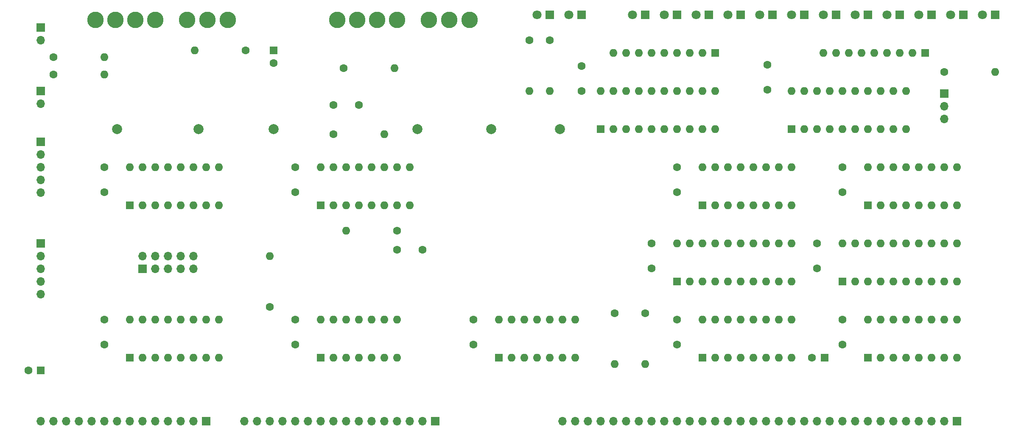
<source format=gts>
%TF.GenerationSoftware,KiCad,Pcbnew,(7.0.0)*%
%TF.CreationDate,2023-09-24T17:53:58-07:00*%
%TF.ProjectId,gamepad,67616d65-7061-4642-9e6b-696361645f70,rev?*%
%TF.SameCoordinates,Original*%
%TF.FileFunction,Soldermask,Top*%
%TF.FilePolarity,Negative*%
%FSLAX46Y46*%
G04 Gerber Fmt 4.6, Leading zero omitted, Abs format (unit mm)*
G04 Created by KiCad (PCBNEW (7.0.0)) date 2023-09-24 17:53:58*
%MOMM*%
%LPD*%
G01*
G04 APERTURE LIST*
%ADD10R,1.800000X1.800000*%
%ADD11C,1.800000*%
%ADD12R,1.700000X1.700000*%
%ADD13O,1.700000X1.700000*%
%ADD14C,1.600000*%
%ADD15R,1.600000X1.600000*%
%ADD16O,1.600000X1.600000*%
%ADD17C,2.000000*%
%ADD18C,3.300000*%
G04 APERTURE END LIST*
D10*
%TO.C,D9*%
X200659999Y-63499999D03*
D11*
X198120000Y-63500000D03*
%TD*%
D12*
%TO.C,J3*%
X139699999Y-144779999D03*
D13*
X137159999Y-144779999D03*
X134619999Y-144779999D03*
X132079999Y-144779999D03*
X129539999Y-144779999D03*
X126999999Y-144779999D03*
X124459999Y-144779999D03*
X121919999Y-144779999D03*
X119379999Y-144779999D03*
X116839999Y-144779999D03*
X114299999Y-144779999D03*
X111759999Y-144779999D03*
X109219999Y-144779999D03*
X106679999Y-144779999D03*
X104139999Y-144779999D03*
X101599999Y-144779999D03*
%TD*%
D14*
%TO.C,C3*%
X187960000Y-93980000D03*
X187960000Y-98980000D03*
%TD*%
D15*
%TO.C,C97*%
X107441999Y-70611999D03*
D14*
X107442000Y-73112000D03*
%TD*%
%TO.C,C2*%
X147320000Y-124460000D03*
X147320000Y-129460000D03*
%TD*%
D10*
%TO.C,D13*%
X168909999Y-63499999D03*
D11*
X166370000Y-63500000D03*
%TD*%
D15*
%TO.C,U11*%
X210819999Y-86359999D03*
D16*
X213359999Y-86359999D03*
X215899999Y-86359999D03*
X218439999Y-86359999D03*
X220979999Y-86359999D03*
X223519999Y-86359999D03*
X226059999Y-86359999D03*
X228599999Y-86359999D03*
X231139999Y-86359999D03*
X233679999Y-86359999D03*
X233679999Y-78739999D03*
X231139999Y-78739999D03*
X228599999Y-78739999D03*
X226059999Y-78739999D03*
X223519999Y-78739999D03*
X220979999Y-78739999D03*
X218439999Y-78739999D03*
X215899999Y-78739999D03*
X213359999Y-78739999D03*
X210819999Y-78739999D03*
%TD*%
D14*
%TO.C,C7*%
X111760000Y-124460000D03*
X111760000Y-129460000D03*
%TD*%
D10*
%TO.C,D8*%
X207009999Y-63499999D03*
D11*
X204470000Y-63500000D03*
%TD*%
D14*
%TO.C,C8*%
X111760000Y-93980000D03*
X111760000Y-98980000D03*
%TD*%
D15*
%TO.C,U1*%
X78739999Y-132079999D03*
D16*
X81279999Y-132079999D03*
X83819999Y-132079999D03*
X86359999Y-132079999D03*
X88899999Y-132079999D03*
X91439999Y-132079999D03*
X93979999Y-132079999D03*
X96519999Y-132079999D03*
X96519999Y-124459999D03*
X93979999Y-124459999D03*
X91439999Y-124459999D03*
X88899999Y-124459999D03*
X86359999Y-124459999D03*
X83819999Y-124459999D03*
X81279999Y-124459999D03*
X78739999Y-124459999D03*
%TD*%
D15*
%TO.C,U6*%
X226059999Y-132079999D03*
D16*
X228599999Y-132079999D03*
X231139999Y-132079999D03*
X233679999Y-132079999D03*
X236219999Y-132079999D03*
X238759999Y-132079999D03*
X241299999Y-132079999D03*
X243839999Y-132079999D03*
X243839999Y-124459999D03*
X241299999Y-124459999D03*
X238759999Y-124459999D03*
X236219999Y-124459999D03*
X233679999Y-124459999D03*
X231139999Y-124459999D03*
X228599999Y-124459999D03*
X226059999Y-124459999D03*
%TD*%
D12*
%TO.C,J7*%
X60959999Y-88899999D03*
D13*
X60959999Y-91439999D03*
X60959999Y-93979999D03*
X60959999Y-96519999D03*
X60959999Y-99059999D03*
%TD*%
D14*
%TO.C,R2*%
X158496000Y-68580000D03*
D16*
X158495999Y-78739999D03*
%TD*%
D14*
%TO.C,R4*%
X106680000Y-121920000D03*
D16*
X106679999Y-111759999D03*
%TD*%
D15*
%TO.C,RN1*%
X195579999Y-71119999D03*
D16*
X193039999Y-71119999D03*
X190499999Y-71119999D03*
X187959999Y-71119999D03*
X185419999Y-71119999D03*
X182879999Y-71119999D03*
X180339999Y-71119999D03*
X177799999Y-71119999D03*
X175259999Y-71119999D03*
%TD*%
D17*
%TO.C,TP1*%
X76200000Y-86360000D03*
%TD*%
D10*
%TO.C,D7*%
X213359999Y-63499999D03*
D11*
X210820000Y-63500000D03*
%TD*%
D14*
%TO.C,C5*%
X187960000Y-124460000D03*
X187960000Y-129460000D03*
%TD*%
D17*
%TO.C,TP6*%
X164592000Y-86360000D03*
%TD*%
D14*
%TO.C,R5*%
X63500000Y-71896000D03*
D16*
X73659999Y-71895999D03*
%TD*%
D14*
%TO.C,C1*%
X73660000Y-124460000D03*
X73660000Y-129460000D03*
%TD*%
D12*
%TO.C,J2*%
X93979999Y-144779999D03*
D13*
X91439999Y-144779999D03*
X88899999Y-144779999D03*
X86359999Y-144779999D03*
X83819999Y-144779999D03*
X81279999Y-144779999D03*
X78739999Y-144779999D03*
X76199999Y-144779999D03*
X73659999Y-144779999D03*
X71119999Y-144779999D03*
X68579999Y-144779999D03*
X66039999Y-144779999D03*
X63499999Y-144779999D03*
X60959999Y-144779999D03*
%TD*%
D14*
%TO.C,R3*%
X241300000Y-74930000D03*
D16*
X251459999Y-74929999D03*
%TD*%
D14*
%TO.C,R12*%
X175514000Y-123190000D03*
D16*
X175513999Y-133349999D03*
%TD*%
D12*
%TO.C,J11*%
X241299999Y-79247999D03*
D13*
X241299999Y-81787999D03*
X241299999Y-84327999D03*
%TD*%
D15*
%TO.C,C99*%
X60959999Y-134619999D03*
D14*
X58460000Y-134620000D03*
%TD*%
D15*
%TO.C,U13*%
X220979999Y-116839999D03*
D16*
X223519999Y-116839999D03*
X226059999Y-116839999D03*
X228599999Y-116839999D03*
X231139999Y-116839999D03*
X233679999Y-116839999D03*
X236219999Y-116839999D03*
X238759999Y-116839999D03*
X241299999Y-116839999D03*
X243839999Y-116839999D03*
X243839999Y-109219999D03*
X241299999Y-109219999D03*
X238759999Y-109219999D03*
X236219999Y-109219999D03*
X233679999Y-109219999D03*
X231139999Y-109219999D03*
X228599999Y-109219999D03*
X226059999Y-109219999D03*
X223519999Y-109219999D03*
X220979999Y-109219999D03*
%TD*%
D14*
%TO.C,R1*%
X162560000Y-68580000D03*
D16*
X162559999Y-78739999D03*
%TD*%
D15*
%TO.C,RN2*%
X237489999Y-71119999D03*
D16*
X234949999Y-71119999D03*
X232409999Y-71119999D03*
X229869999Y-71119999D03*
X227329999Y-71119999D03*
X224789999Y-71119999D03*
X222249999Y-71119999D03*
X219709999Y-71119999D03*
X217169999Y-71119999D03*
%TD*%
D15*
%TO.C,U9*%
X78739999Y-101599999D03*
D16*
X81279999Y-101599999D03*
X83819999Y-101599999D03*
X86359999Y-101599999D03*
X88899999Y-101599999D03*
X91439999Y-101599999D03*
X93979999Y-101599999D03*
X96519999Y-101599999D03*
X96519999Y-93979999D03*
X93979999Y-93979999D03*
X91439999Y-93979999D03*
X88899999Y-93979999D03*
X86359999Y-93979999D03*
X83819999Y-93979999D03*
X81279999Y-93979999D03*
X78739999Y-93979999D03*
%TD*%
D17*
%TO.C,TP2*%
X92456000Y-86360000D03*
%TD*%
D14*
%TO.C,R11*%
X181610000Y-123190000D03*
D16*
X181609999Y-133349999D03*
%TD*%
D10*
%TO.C,D4*%
X232409999Y-63499999D03*
D11*
X229870000Y-63500000D03*
%TD*%
D10*
%TO.C,D6*%
X219709999Y-63499999D03*
D11*
X217170000Y-63500000D03*
%TD*%
D15*
%TO.C,U3*%
X193039999Y-101599999D03*
D16*
X195579999Y-101599999D03*
X198119999Y-101599999D03*
X200659999Y-101599999D03*
X203199999Y-101599999D03*
X205739999Y-101599999D03*
X208279999Y-101599999D03*
X210819999Y-101599999D03*
X210819999Y-93979999D03*
X208279999Y-93979999D03*
X205739999Y-93979999D03*
X203199999Y-93979999D03*
X200659999Y-93979999D03*
X198119999Y-93979999D03*
X195579999Y-93979999D03*
X193039999Y-93979999D03*
%TD*%
D12*
%TO.C,J4*%
X60959999Y-66039999D03*
D13*
X60959999Y-68579999D03*
%TD*%
D14*
%TO.C,C4*%
X220980000Y-93980000D03*
X220980000Y-98980000D03*
%TD*%
D15*
%TO.C,U4*%
X226059999Y-101599999D03*
D16*
X228599999Y-101599999D03*
X231139999Y-101599999D03*
X233679999Y-101599999D03*
X236219999Y-101599999D03*
X238759999Y-101599999D03*
X241299999Y-101599999D03*
X243839999Y-101599999D03*
X243839999Y-93979999D03*
X241299999Y-93979999D03*
X238759999Y-93979999D03*
X236219999Y-93979999D03*
X233679999Y-93979999D03*
X231139999Y-93979999D03*
X228599999Y-93979999D03*
X226059999Y-93979999D03*
%TD*%
D14*
%TO.C,C16*%
X168910000Y-73740000D03*
X168910000Y-78740000D03*
%TD*%
D15*
%TO.C,U10*%
X172719999Y-86359999D03*
D16*
X175259999Y-86359999D03*
X177799999Y-86359999D03*
X180339999Y-86359999D03*
X182879999Y-86359999D03*
X185419999Y-86359999D03*
X187959999Y-86359999D03*
X190499999Y-86359999D03*
X193039999Y-86359999D03*
X195579999Y-86359999D03*
X195579999Y-78739999D03*
X193039999Y-78739999D03*
X190499999Y-78739999D03*
X187959999Y-78739999D03*
X185419999Y-78739999D03*
X182879999Y-78739999D03*
X180339999Y-78739999D03*
X177799999Y-78739999D03*
X175259999Y-78739999D03*
X172719999Y-78739999D03*
%TD*%
D12*
%TO.C,J6*%
X81279999Y-114299999D03*
D13*
X81279999Y-111759999D03*
X83819999Y-114299999D03*
X83819999Y-111759999D03*
X86359999Y-114299999D03*
X86359999Y-111759999D03*
X88899999Y-114299999D03*
X88899999Y-111759999D03*
X91439999Y-114299999D03*
X91439999Y-111759999D03*
%TD*%
D14*
%TO.C,C10*%
X119380000Y-81534000D03*
X124380000Y-81534000D03*
%TD*%
D17*
%TO.C,TP4*%
X150876000Y-86360000D03*
%TD*%
D14*
%TO.C,C9*%
X73660000Y-93980000D03*
X73660000Y-98980000D03*
%TD*%
D12*
%TO.C,J5*%
X60959999Y-78739999D03*
D13*
X60959999Y-81279999D03*
%TD*%
D14*
%TO.C,C13*%
X215900000Y-109220000D03*
X215900000Y-114220000D03*
%TD*%
%TO.C,C15*%
X205994000Y-73486000D03*
X205994000Y-78486000D03*
%TD*%
D18*
%TO.C,J8*%
X98270000Y-64516000D03*
X94220000Y-64516000D03*
X90170000Y-64516000D03*
X83770000Y-64516000D03*
X79786666Y-64516000D03*
X75803333Y-64516000D03*
X71820000Y-64516000D03*
%TD*%
D17*
%TO.C,TP3*%
X136144000Y-86360000D03*
%TD*%
D10*
%TO.C,D5*%
X226059999Y-63499999D03*
D11*
X223520000Y-63500000D03*
%TD*%
D14*
%TO.C,C12*%
X182880000Y-109220000D03*
X182880000Y-114220000D03*
%TD*%
D10*
%TO.C,D10*%
X194309999Y-63499999D03*
D11*
X191770000Y-63500000D03*
%TD*%
D10*
%TO.C,D12*%
X181609999Y-63499999D03*
D11*
X179070000Y-63500000D03*
%TD*%
D15*
%TO.C,U8*%
X152399999Y-132079999D03*
D16*
X154939999Y-132079999D03*
X157479999Y-132079999D03*
X160019999Y-132079999D03*
X162559999Y-132079999D03*
X165099999Y-132079999D03*
X167639999Y-132079999D03*
X167639999Y-124459999D03*
X165099999Y-124459999D03*
X162559999Y-124459999D03*
X160019999Y-124459999D03*
X157479999Y-124459999D03*
X154939999Y-124459999D03*
X152399999Y-124459999D03*
%TD*%
D15*
%TO.C,C98*%
X217383999Y-132079999D03*
D14*
X214884000Y-132080000D03*
%TD*%
D15*
%TO.C,U2*%
X116839999Y-101599999D03*
D16*
X119379999Y-101599999D03*
X121919999Y-101599999D03*
X124459999Y-101599999D03*
X126999999Y-101599999D03*
X129539999Y-101599999D03*
X132079999Y-101599999D03*
X134619999Y-101599999D03*
X134619999Y-93979999D03*
X132079999Y-93979999D03*
X129539999Y-93979999D03*
X126999999Y-93979999D03*
X124459999Y-93979999D03*
X121919999Y-93979999D03*
X119379999Y-93979999D03*
X116839999Y-93979999D03*
%TD*%
D10*
%TO.C,D3*%
X238759999Y-63499999D03*
D11*
X236220000Y-63500000D03*
%TD*%
D12*
%TO.C,J9*%
X60959999Y-109219999D03*
D13*
X60959999Y-111759999D03*
X60959999Y-114299999D03*
X60959999Y-116839999D03*
X60959999Y-119379999D03*
%TD*%
D10*
%TO.C,D14*%
X162559999Y-63499999D03*
D11*
X160020000Y-63500000D03*
%TD*%
D18*
%TO.C,J10*%
X146530000Y-64516000D03*
X142480000Y-64516000D03*
X138430000Y-64516000D03*
X132030000Y-64516000D03*
X128046666Y-64516000D03*
X124063333Y-64516000D03*
X120080000Y-64516000D03*
%TD*%
D14*
%TO.C,R8*%
X121412000Y-74168000D03*
D16*
X131571999Y-74167999D03*
%TD*%
D17*
%TO.C,TP5*%
X107442000Y-86360000D03*
%TD*%
D14*
%TO.C,R10*%
X132080000Y-106680000D03*
D16*
X121919999Y-106679999D03*
%TD*%
D14*
%TO.C,C11*%
X132080000Y-110490000D03*
X137080000Y-110490000D03*
%TD*%
%TO.C,R7*%
X101854000Y-70612000D03*
D16*
X91693999Y-70611999D03*
%TD*%
D10*
%TO.C,D2*%
X245109999Y-63499999D03*
D11*
X242570000Y-63500000D03*
%TD*%
D15*
%TO.C,U5*%
X193039999Y-132079999D03*
D16*
X195579999Y-132079999D03*
X198119999Y-132079999D03*
X200659999Y-132079999D03*
X203199999Y-132079999D03*
X205739999Y-132079999D03*
X208279999Y-132079999D03*
X210819999Y-132079999D03*
X210819999Y-124459999D03*
X208279999Y-124459999D03*
X205739999Y-124459999D03*
X203199999Y-124459999D03*
X200659999Y-124459999D03*
X198119999Y-124459999D03*
X195579999Y-124459999D03*
X193039999Y-124459999D03*
%TD*%
D12*
%TO.C,J1*%
X243839999Y-144779999D03*
D13*
X241299999Y-144779999D03*
X238759999Y-144779999D03*
X236219999Y-144779999D03*
X233679999Y-144779999D03*
X231139999Y-144779999D03*
X228599999Y-144779999D03*
X226059999Y-144779999D03*
X223519999Y-144779999D03*
X220979999Y-144779999D03*
X218439999Y-144779999D03*
X215899999Y-144779999D03*
X213359999Y-144779999D03*
X210819999Y-144779999D03*
X208279999Y-144779999D03*
X205739999Y-144779999D03*
X203199999Y-144779999D03*
X200659999Y-144779999D03*
X198119999Y-144779999D03*
X195579999Y-144779999D03*
X193039999Y-144779999D03*
X190499999Y-144779999D03*
X187959999Y-144779999D03*
X185419999Y-144779999D03*
X182879999Y-144779999D03*
X180339999Y-144779999D03*
X177799999Y-144779999D03*
X175259999Y-144779999D03*
X172719999Y-144779999D03*
X170179999Y-144779999D03*
X167639999Y-144779999D03*
X165099999Y-144779999D03*
%TD*%
D10*
%TO.C,D11*%
X187959999Y-63499999D03*
D11*
X185420000Y-63500000D03*
%TD*%
D14*
%TO.C,C6*%
X220980000Y-124460000D03*
X220980000Y-129460000D03*
%TD*%
D15*
%TO.C,U14*%
X116839999Y-132079999D03*
D16*
X119379999Y-132079999D03*
X121919999Y-132079999D03*
X124459999Y-132079999D03*
X126999999Y-132079999D03*
X129539999Y-132079999D03*
X132079999Y-132079999D03*
X132079999Y-124459999D03*
X129539999Y-124459999D03*
X126999999Y-124459999D03*
X124459999Y-124459999D03*
X121919999Y-124459999D03*
X119379999Y-124459999D03*
X116839999Y-124459999D03*
%TD*%
D14*
%TO.C,R9*%
X119380000Y-87376000D03*
D16*
X129539999Y-87375999D03*
%TD*%
D15*
%TO.C,U12*%
X187959999Y-116839999D03*
D16*
X190499999Y-116839999D03*
X193039999Y-116839999D03*
X195579999Y-116839999D03*
X198119999Y-116839999D03*
X200659999Y-116839999D03*
X203199999Y-116839999D03*
X205739999Y-116839999D03*
X208279999Y-116839999D03*
X210819999Y-116839999D03*
X210819999Y-109219999D03*
X208279999Y-109219999D03*
X205739999Y-109219999D03*
X203199999Y-109219999D03*
X200659999Y-109219999D03*
X198119999Y-109219999D03*
X195579999Y-109219999D03*
X193039999Y-109219999D03*
X190499999Y-109219999D03*
X187959999Y-109219999D03*
%TD*%
D14*
%TO.C,R6*%
X63500000Y-75438000D03*
D16*
X73659999Y-75437999D03*
%TD*%
D10*
%TO.C,D1*%
X251459999Y-63499999D03*
D11*
X248920000Y-63500000D03*
%TD*%
M02*

</source>
